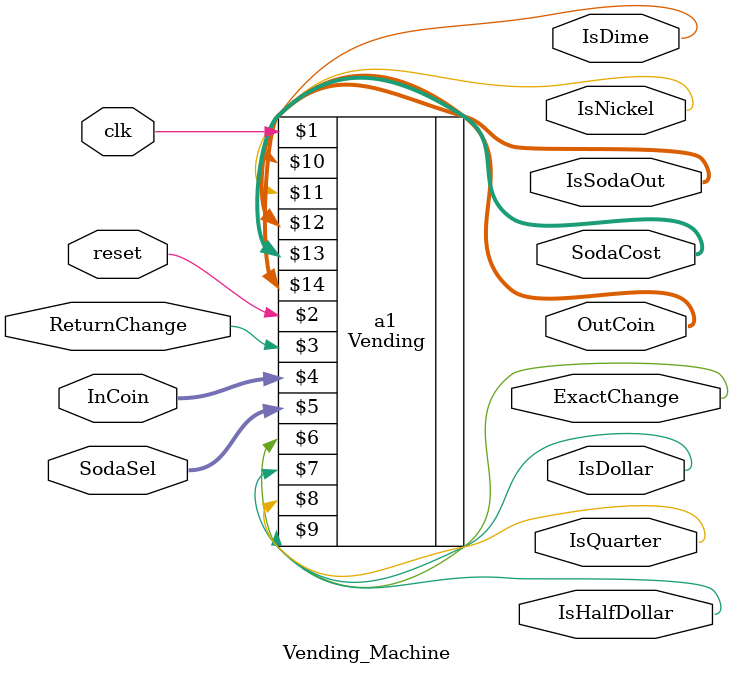
<source format=v>
`timescale 1ns / 1ps


module Vending_Machine(
    input clk, reset, ReturnChange,
    input [7:0] InCoin,
    input [2:0] SodaSel,
    output [5:0] IsSodaOut,
    output ExactChange, IsDollar, IsQuarter, IsHalfDollar, IsDime, IsNickel,
    output [7:0] OutCoin, SodaCost
    );
    
    

    
    Vending a1( clk, 
                reset, 
                ReturnChange,
                InCoin,
                SodaSel, 
                ExactChange, IsDollar, IsQuarter, IsHalfDollar, IsDime, IsNickel, IsSodaOut, 
                SodaCost, OutCoin);
    
    
endmodule

</source>
